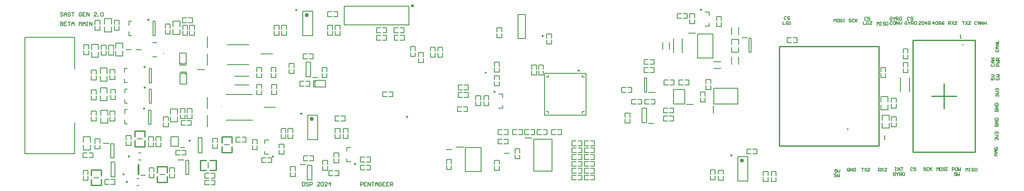
<source format=gto>
G04*
G04 #@! TF.GenerationSoftware,Altium Limited,Altium Designer,24.2.2 (26)*
G04*
G04 Layer_Color=65535*
%FSLAX25Y25*%
%MOIN*%
G70*
G04*
G04 #@! TF.SameCoordinates,259A4400-9820-475F-8ACA-24378C9DBAE9*
G04*
G04*
G04 #@! TF.FilePolarity,Positive*
G04*
G01*
G75*
%ADD10C,0.00984*%
%ADD11C,0.00984*%
%ADD12C,0.00787*%
%ADD13C,0.01575*%
%ADD14C,0.00600*%
%ADD15C,0.01000*%
%ADD16C,0.00700*%
%ADD17C,0.01200*%
D10*
X432221Y82996D02*
G03*
X432221Y82996I-492J0D01*
G01*
X364555Y65980D02*
G03*
X364555Y65980I-492J0D01*
G01*
X82965Y52488D02*
G03*
X82965Y52488I-492J0D01*
G01*
X70634Y14000D02*
G03*
X70634Y14000I-492J0D01*
G01*
X554992Y14846D02*
G03*
X554992Y14846I-492J0D01*
G01*
X209240Y48346D02*
G03*
X209240Y48346I-492J0D01*
G01*
X205240Y131846D02*
G03*
X205240Y131846I-492J0D01*
G01*
X252429Y8020D02*
G03*
X252429Y8020I-492J0D01*
G01*
X530555Y131980D02*
G03*
X530555Y131980I-492J0D01*
G01*
X119528Y26740D02*
G03*
X119528Y26740I-492J0D01*
G01*
X83465Y69488D02*
G03*
X83465Y69488I-492J0D01*
G01*
X86465Y123988D02*
G03*
X86465Y123988I-492J0D01*
G01*
X186429Y14020D02*
G03*
X186429Y14020I-492J0D01*
G01*
X66457Y-240D02*
G03*
X66457Y-240I-492J0D01*
G01*
X83465Y85988D02*
G03*
X83465Y85988I-492J0D01*
G01*
X69134Y-6500D02*
G03*
X69134Y-6500I-492J0D01*
G01*
X403329Y111000D02*
G03*
X403329Y111000I-492J0D01*
G01*
D11*
X294212Y45898D02*
G03*
X294212Y45898I-492J0D01*
G01*
D12*
X144835Y53969D02*
G03*
X144835Y53969I-150J0D01*
G01*
X98024Y96591D02*
G03*
X98024Y96984I0J197D01*
G01*
D02*
G03*
X98024Y96591I0J-197D01*
G01*
D02*
G03*
X98024Y96984I0J197D01*
G01*
X26823Y84654D02*
Y109850D01*
X-13335D02*
X26823D01*
X-13335Y16150D02*
Y109850D01*
Y16150D02*
X26823D01*
Y41346D01*
X388531Y28780D02*
X394339D01*
X395717Y2205D02*
Y27795D01*
Y2205D02*
X410284D01*
Y27795D01*
X395717D02*
X410284D01*
X370559Y52752D02*
Y55350D01*
X367350Y52752D02*
X370559D01*
Y61650D02*
Y64248D01*
X367350D02*
X370559D01*
X148193Y43303D02*
X169807D01*
X148193Y63697D02*
X169807D01*
X178972Y53500D02*
X188028D01*
X133299Y52472D02*
Y61528D01*
X89362Y94032D02*
X92512D01*
X89362Y105449D02*
X92512D01*
X125484Y83858D02*
X131095D01*
X133299Y37972D02*
Y47028D01*
X176472Y96500D02*
X185528D01*
X149240Y103992D02*
X166760D01*
X149240Y88008D02*
X166760D01*
X133299Y101472D02*
Y110528D01*
X75933Y100000D02*
X80067D01*
X67933D02*
X72067D01*
X133299Y87472D02*
Y96528D01*
X540354Y56201D02*
Y68799D01*
X559646D01*
Y56201D02*
Y68799D01*
X540354Y56201D02*
X559646D01*
X539843Y48917D02*
Y54823D01*
X507972Y56094D02*
X517028D01*
X507972D02*
Y67905D01*
X517028D01*
Y56094D02*
Y67905D01*
X518405Y55898D02*
X524016D01*
X86016Y51209D02*
X87984D01*
X86016Y39791D02*
X87984D01*
X86016D02*
Y51209D01*
X87984Y39791D02*
Y51209D01*
X78114Y11146D02*
X79886D01*
X78114Y16854D02*
X79886D01*
X559815Y-5843D02*
X567689D01*
X559815Y13842D02*
X567689D01*
Y-5843D02*
Y13842D01*
X559815Y-5843D02*
Y13842D01*
X213681Y6953D02*
X217319D01*
Y-4953D02*
Y6953D01*
X213681Y-4953D02*
X217319D01*
X213681D02*
Y6953D01*
X208118Y7398D02*
X212303D01*
X482681Y41047D02*
X486319D01*
X482681D02*
Y52953D01*
X486319D01*
Y41047D02*
Y52953D01*
X487697Y40602D02*
X491882D01*
X484713Y65791D02*
X486287D01*
X484713D02*
Y77209D01*
X486287D01*
Y65791D02*
Y77209D01*
X487665Y65595D02*
X493177D01*
X55819Y24209D02*
X58181D01*
Y12791D02*
Y24209D01*
X55819Y12791D02*
X58181D01*
X55819D02*
Y24209D01*
X49716Y24406D02*
X54441D01*
X115898Y10968D02*
X118260D01*
Y-449D02*
Y10968D01*
X115898Y-449D02*
X118260D01*
X115898D02*
Y10968D01*
X109795Y11165D02*
X114520D01*
X77606Y-437D02*
X78394D01*
X77606D02*
Y7437D01*
X78394D01*
Y-437D02*
Y7437D01*
X79772Y-1224D02*
X83709D01*
X103850Y22063D02*
X110150D01*
X103850D02*
Y29937D01*
X110150D01*
Y22063D02*
Y29937D01*
X111528Y21079D02*
X114874D01*
X340701Y21146D02*
X353299D01*
Y1854D02*
Y21146D01*
X340701Y1854D02*
X353299D01*
X340701D02*
Y21146D01*
X333417Y21657D02*
X339323D01*
X325433Y19500D02*
X329567D01*
X371933Y16500D02*
X376067D01*
X94933Y-500D02*
X99067D01*
X146933Y23500D02*
X151067D01*
X134000Y4933D02*
Y9067D01*
X214063Y27657D02*
Y47343D01*
X221937Y27657D02*
Y47343D01*
X214063D02*
X221937D01*
X214063Y27657D02*
X221937D01*
X217697Y77602D02*
X221882D01*
X216319Y78047D02*
Y89953D01*
X212681D02*
X216319D01*
X212681Y78047D02*
Y89953D01*
Y78047D02*
X216319D01*
X210063Y111158D02*
Y130842D01*
X217937Y111158D02*
Y130842D01*
X210063D02*
X217937D01*
X210063Y111158D02*
X217937D01*
X697567Y66029D02*
Y77471D01*
X690433Y66029D02*
Y77471D01*
X245441Y9752D02*
X248650D01*
X245441D02*
Y12350D01*
Y21248D02*
X248650D01*
X245441Y18650D02*
Y21248D01*
X66793Y84811D02*
X68849D01*
X66793Y73394D02*
Y76471D01*
Y81734D02*
Y84811D01*
Y73394D02*
X68849D01*
X533350Y130248D02*
X536559D01*
Y127650D02*
Y130248D01*
X533350Y118752D02*
X536559D01*
Y121350D01*
X126122Y16898D02*
Y29102D01*
Y16898D02*
X128878D01*
Y29102D01*
X126122D02*
X128878D01*
X88484Y56791D02*
Y68209D01*
X86516Y56791D02*
Y68209D01*
Y56791D02*
X88484D01*
X86516Y68209D02*
X88484D01*
X91484Y111291D02*
Y122709D01*
X89516Y111291D02*
Y122709D01*
Y111291D02*
X91484D01*
X89516Y122709D02*
X91484D01*
X66941Y68209D02*
X68997D01*
X66941Y56791D02*
Y59868D01*
Y65132D02*
Y68209D01*
Y56791D02*
X68997D01*
X179441Y15752D02*
X182650D01*
X179441D02*
Y18350D01*
Y27248D02*
X182650D01*
X179441Y24650D02*
Y27248D01*
X66941Y51709D02*
X68997D01*
X66941Y40291D02*
Y43368D01*
Y48632D02*
Y51709D01*
Y40291D02*
X68997D01*
X70441Y122709D02*
X72497D01*
X70441Y111291D02*
Y114368D01*
Y119632D02*
Y122709D01*
Y111291D02*
X72497D01*
X499298Y100101D02*
Y105899D01*
X504702Y100101D02*
Y105899D01*
X507933Y97529D02*
Y108971D01*
X515067Y97529D02*
Y108971D01*
X76933Y28228D02*
X81067D01*
X554798Y112101D02*
Y117899D01*
X560202Y112101D02*
Y117899D01*
X58878Y-2602D02*
Y9602D01*
X56122D02*
X58878D01*
X56122Y-2602D02*
Y9602D01*
Y-2602D02*
X58878D01*
X527201Y112646D02*
X539799D01*
Y93354D02*
Y112646D01*
X527201Y93354D02*
X539799D01*
X527201D02*
Y112646D01*
X519917Y113157D02*
X525823D01*
X88484Y73291D02*
Y84709D01*
X86516Y73291D02*
Y84709D01*
Y73291D02*
X88484D01*
X86516Y84709D02*
X88484D01*
X568614Y109209D02*
X570386D01*
Y97791D02*
Y109209D01*
X568614Y97791D02*
X570386D01*
X568614D02*
Y109209D01*
X563102Y109406D02*
X567236D01*
X76614Y-9354D02*
X78386D01*
X76614Y-3646D02*
X78386D01*
X41933Y-3000D02*
X46067D01*
X155464Y78567D02*
X166536D01*
X155464Y71433D02*
X166536D01*
X560202Y88289D02*
Y94086D01*
X554798Y88289D02*
Y94086D01*
X540289Y84798D02*
X546086D01*
X540289Y90202D02*
X546086D01*
X388852Y108854D02*
Y128146D01*
X383112D02*
X388852D01*
X383112Y108854D02*
Y128146D01*
Y108854D02*
X388852D01*
D13*
X563752Y10693D02*
G03*
X563752Y10693I-787J0D01*
G01*
X218000Y44193D02*
G03*
X218000Y44193I-787J0D01*
G01*
X214000Y127693D02*
G03*
X214000Y127693I-787J0D01*
G01*
D14*
X404268Y47268D02*
Y80732D01*
Y47268D02*
X437732D01*
X404268Y80732D02*
X437732D01*
Y47268D02*
Y80732D01*
X434780Y50221D02*
X436453D01*
X434780Y48547D02*
Y50221D01*
X407221Y48547D02*
Y50221D01*
X405547D02*
X407221D01*
X405547Y77780D02*
X407221D01*
Y79453D01*
X434780Y77780D02*
Y79453D01*
Y77780D02*
X436453D01*
X269500Y111400D02*
X272826D01*
X269500Y107648D02*
Y111400D01*
X269548Y107600D02*
X272852D01*
X269500Y107648D02*
X269548Y107600D01*
X274289D02*
X277500D01*
Y111400D01*
X274279D02*
X277500D01*
X364100Y3000D02*
Y6326D01*
Y3000D02*
X367852D01*
X367900Y3048D02*
Y6352D01*
X367852Y3000D02*
X367900Y3048D01*
Y7789D02*
Y11000D01*
X364100D02*
X367900D01*
X364100Y7779D02*
Y11000D01*
X339174Y50100D02*
X342500D01*
Y53852D01*
X339148Y53900D02*
X342452D01*
X342500Y53852D01*
X334500Y53900D02*
X337711D01*
X334500Y50100D02*
Y53900D01*
Y50100D02*
X337721D01*
X339674Y61600D02*
X343000D01*
Y65352D01*
X339648Y65400D02*
X342952D01*
X343000Y65352D01*
X335000Y65400D02*
X338211D01*
X335000Y61600D02*
Y65400D01*
Y61600D02*
X338221D01*
X306900Y94206D02*
Y97531D01*
X303148D02*
X306900D01*
X303100Y94180D02*
Y97483D01*
X303148Y97531D01*
X303100Y89531D02*
Y92742D01*
Y89531D02*
X306900D01*
Y92753D01*
X274500Y65900D02*
X277826D01*
X274500Y62148D02*
Y65900D01*
X274548Y62100D02*
X277852D01*
X274500Y62148D02*
X274548Y62100D01*
X279289D02*
X282500D01*
Y65900D01*
X279279D02*
X282500D01*
X243500Y135000D02*
X295500D01*
X243500Y120000D02*
Y135000D01*
Y120000D02*
X295500D01*
Y135000D01*
X359400Y59674D02*
Y63000D01*
X355648D02*
X359400D01*
X355600Y59648D02*
Y62952D01*
X355648Y63000D01*
X355600Y55000D02*
Y58211D01*
Y55000D02*
X359400D01*
Y58221D01*
X352900Y59674D02*
Y63000D01*
X349148D02*
X352900D01*
X349100Y59648D02*
Y62952D01*
X349148Y63000D01*
X349100Y55000D02*
Y58211D01*
Y55000D02*
X352900D01*
Y58221D01*
X335000Y71400D02*
X338326D01*
X335000Y67648D02*
Y71400D01*
X335048Y67600D02*
X338352D01*
X335000Y67648D02*
X335048Y67600D01*
X339789D02*
X343000D01*
Y71400D01*
X339779D02*
X343000D01*
X367900Y86674D02*
Y90000D01*
X364148D02*
X367900D01*
X364100Y86648D02*
Y89952D01*
X364148Y90000D01*
X364100Y82000D02*
Y85211D01*
Y82000D02*
X367900D01*
Y85221D01*
X364100Y71000D02*
Y74326D01*
Y71000D02*
X367852D01*
X367900Y71048D02*
Y74352D01*
X367852Y71000D02*
X367900Y71048D01*
Y75789D02*
Y79000D01*
X364100D02*
X367900D01*
X364100Y75779D02*
Y79000D01*
X115800Y80600D02*
X116600Y79800D01*
X111300Y79900D02*
X112100Y80700D01*
X111300Y72300D02*
Y80800D01*
X116600Y72300D02*
Y80800D01*
X111400Y72300D02*
X116600D01*
X111300Y81700D02*
X116600D01*
X111300Y80800D02*
X116600D01*
X110900Y88570D02*
X116200D01*
X110900Y87670D02*
X116200D01*
X110900Y97070D02*
X116100D01*
X110900Y88570D02*
Y97070D01*
X116200Y88570D02*
Y97070D01*
X115400Y88670D02*
X116200Y89470D01*
X110900Y89570D02*
X111700Y88770D01*
X215310Y14400D02*
X218531D01*
Y10600D02*
Y14400D01*
X215321Y10600D02*
X218531D01*
X210531Y10648D02*
X210580Y10600D01*
X213883D01*
X210531Y10648D02*
Y14400D01*
X213857D01*
X485000Y56100D02*
X488221D01*
X485000D02*
Y59900D01*
X488211D01*
X492952D02*
X493000Y59852D01*
X489648Y59900D02*
X492952D01*
X493000Y56100D02*
Y59852D01*
X489674Y56100D02*
X493000D01*
X219900Y74300D02*
X220700Y75100D01*
X219800Y70600D02*
X220600Y69800D01*
X219700D02*
X228200D01*
X219700Y75100D02*
X228200D01*
Y69900D02*
Y75100D01*
X218800Y69800D02*
Y75100D01*
X219700Y69800D02*
Y75100D01*
X40300Y93750D02*
Y97850D01*
Y93750D02*
X40350Y93700D01*
X45650D01*
X45700Y93750D02*
Y97850D01*
X45650Y93700D02*
X45700Y93750D01*
X40300Y100150D02*
Y104250D01*
X40350Y104300D01*
X45700D01*
Y100150D02*
Y104300D01*
X479279Y59900D02*
X482500D01*
Y56100D02*
Y59900D01*
X479289Y56100D02*
X482500D01*
X474500Y56148D02*
X474548Y56100D01*
X477852D01*
X474500Y56148D02*
Y59900D01*
X477826D01*
X500000Y42600D02*
X503221D01*
X500000D02*
Y46400D01*
X503211D01*
X507952D02*
X508000Y46352D01*
X504648Y46400D02*
X507952D01*
X508000Y42600D02*
Y46352D01*
X504674Y42600D02*
X508000D01*
X472900Y41000D02*
Y44221D01*
X469100Y41000D02*
X472900D01*
X469100D02*
Y44211D01*
Y48952D02*
X469148Y49000D01*
X469100Y45648D02*
Y48952D01*
X469148Y49000D02*
X472900D01*
Y45674D02*
Y49000D01*
X300400Y94468D02*
Y97690D01*
X296600Y94468D02*
X300400D01*
X296600D02*
Y97679D01*
Y102420D02*
X296648Y102469D01*
X296600Y99117D02*
Y102420D01*
X296648Y102469D02*
X300400D01*
Y99143D02*
Y102469D01*
X318600Y98779D02*
Y102000D01*
X322400D01*
Y98789D02*
Y102000D01*
X322352Y94000D02*
X322400Y94048D01*
Y97352D01*
X318600Y94000D02*
X322352D01*
X318600D02*
Y97326D01*
X312600Y98779D02*
Y102000D01*
X316400D01*
Y98789D02*
Y102000D01*
X316352Y94000D02*
X316400Y94048D01*
Y97352D01*
X312600Y94000D02*
X316352D01*
X312600D02*
Y97326D01*
X431279Y-1100D02*
X434500D01*
Y-4900D02*
Y-1100D01*
X431289Y-4900D02*
X434500D01*
X426500Y-4852D02*
X426548Y-4900D01*
X429852D01*
X426500Y-4852D02*
Y-1100D01*
X429826D01*
X210500Y92600D02*
X213721D01*
X210500D02*
Y96400D01*
X213711D01*
X218452D02*
X218500Y96352D01*
X215148Y96400D02*
X218452D01*
X218500Y92600D02*
Y96352D01*
X215174Y92600D02*
X218500D01*
X202900Y81000D02*
Y84221D01*
X199100Y81000D02*
X202900D01*
X199100D02*
Y84211D01*
Y88952D02*
X199148Y89000D01*
X199100Y85648D02*
Y88952D01*
X199148Y89000D02*
X202900D01*
Y85674D02*
Y89000D01*
X212310Y74400D02*
X215531D01*
Y70600D02*
Y74400D01*
X212321Y70600D02*
X215531D01*
X207531Y70648D02*
X207580Y70600D01*
X210883D01*
X207531Y70648D02*
Y74400D01*
X210857D01*
X229900Y3000D02*
Y6221D01*
X226100Y3000D02*
X229900D01*
X226100D02*
Y6211D01*
Y10952D02*
X226148Y11000D01*
X226100Y7648D02*
Y10952D01*
X226148Y11000D02*
X229900D01*
Y7674D02*
Y11000D01*
X235810Y2400D02*
X239032D01*
Y-1400D02*
Y2400D01*
X235821Y-1400D02*
X239032D01*
X231031Y-1352D02*
X231080Y-1400D01*
X234383D01*
X231031Y-1352D02*
Y2400D01*
X234357D01*
X580100Y-6000D02*
Y-2674D01*
Y-6000D02*
X583852D01*
X583900Y-5952D02*
Y-2648D01*
X583852Y-6000D02*
X583900Y-5952D01*
Y-1211D02*
Y2000D01*
X580100D02*
X583900D01*
X580100Y-1221D02*
Y2000D01*
X105800Y112250D02*
Y116350D01*
Y112250D02*
X105850Y112200D01*
X111150D01*
X111200Y112250D02*
Y116350D01*
X111150Y112200D02*
X111200Y112250D01*
X105800Y118650D02*
Y122750D01*
X105850Y122800D01*
X111200D01*
Y118650D02*
Y122800D01*
X95900Y22000D02*
Y25221D01*
X92100Y22000D02*
X95900D01*
X92100D02*
Y25211D01*
Y29952D02*
X92148Y30000D01*
X92100Y26648D02*
Y29952D01*
X92148Y30000D02*
X95900D01*
Y26674D02*
Y30000D01*
X112779Y18900D02*
X116000D01*
Y15100D02*
Y18900D01*
X112789Y15100D02*
X116000D01*
X108000Y15148D02*
X108048Y15100D01*
X111352D01*
X108000Y15148D02*
Y18900D01*
X111326D01*
X71900Y23000D02*
Y26221D01*
X68100Y23000D02*
X71900D01*
X68100D02*
Y26211D01*
Y30952D02*
X68148Y31000D01*
X68100Y27648D02*
Y30952D01*
X68148Y31000D02*
X71900D01*
Y27674D02*
Y31000D01*
X431279Y4400D02*
X434500D01*
Y600D02*
Y4400D01*
X431289Y600D02*
X434500D01*
X426500Y648D02*
X426548Y600D01*
X429852D01*
X426500Y648D02*
Y4400D01*
X429826D01*
X117100Y44469D02*
Y47794D01*
Y44469D02*
X120852D01*
X120900Y44517D02*
Y47820D01*
X120852Y44469D02*
X120900Y44517D01*
Y49258D02*
Y52469D01*
X117100D02*
X120900D01*
X117100Y49247D02*
Y52469D01*
X98100Y37969D02*
Y41294D01*
Y37969D02*
X101852D01*
X101900Y38017D02*
Y41320D01*
X101852Y37969D02*
X101900Y38017D01*
Y42758D02*
Y45968D01*
X98100D02*
X101900D01*
X98100Y42747D02*
Y45968D01*
X51900Y95500D02*
Y98721D01*
X48100Y95500D02*
X51900D01*
X48100D02*
Y98711D01*
Y103452D02*
X48148Y103500D01*
X48100Y100148D02*
Y103452D01*
X48148Y103500D02*
X51900D01*
Y100174D02*
Y103500D01*
X571779Y19900D02*
X575000D01*
Y16100D02*
Y19900D01*
X571789Y16100D02*
X575000D01*
X567000Y16148D02*
X567048Y16100D01*
X570352D01*
X567000Y16148D02*
Y19900D01*
X570326D01*
X384400Y12032D02*
Y15253D01*
X380600Y12032D02*
X384400D01*
X380600D02*
Y15242D01*
Y19983D02*
X380648Y20031D01*
X380600Y16680D02*
Y19983D01*
X380648Y20031D02*
X384400D01*
Y16706D02*
Y20031D01*
X517279Y75400D02*
X520500D01*
Y71600D02*
Y75400D01*
X517289Y71600D02*
X520500D01*
X512500Y71648D02*
X512548Y71600D01*
X515852D01*
X512500Y71648D02*
Y75400D01*
X515826D01*
X500032Y49100D02*
X503253D01*
X500032D02*
Y52900D01*
X503242D01*
X507983D02*
X508032Y52852D01*
X504680Y52900D02*
X507983D01*
X508032Y49100D02*
Y52852D01*
X504706Y49100D02*
X508032D01*
X86600Y1779D02*
Y5000D01*
X90400D01*
Y1789D02*
Y5000D01*
X90352Y-3000D02*
X90400Y-2952D01*
Y352D01*
X86600Y-3000D02*
X90352D01*
X86600D02*
Y326D01*
X137600Y25279D02*
Y28500D01*
X141400D01*
Y25289D02*
Y28500D01*
X141352Y20500D02*
X141400Y20548D01*
Y23852D01*
X137600Y20500D02*
X141352D01*
X137600D02*
Y23826D01*
X122900Y116206D02*
Y119532D01*
X119148D02*
X122900D01*
X119100Y116180D02*
Y119483D01*
X119148Y119532D01*
X119100Y111531D02*
Y114742D01*
Y111531D02*
X122900D01*
Y114753D01*
X117143Y39100D02*
X120468D01*
Y42852D01*
X117117Y42900D02*
X120420D01*
X120468Y42852D01*
X112469Y42900D02*
X115679D01*
X112469Y39100D02*
Y42900D01*
Y39100D02*
X115690D01*
X33800Y19250D02*
Y23350D01*
Y19250D02*
X33850Y19200D01*
X39150D01*
X39200Y19250D02*
Y23350D01*
X39150Y19200D02*
X39200Y19250D01*
X33800Y25650D02*
Y29750D01*
X33850Y29800D01*
X39200D01*
Y25650D02*
Y29800D01*
X106900Y1674D02*
Y5000D01*
X103148D02*
X106900D01*
X103100Y1648D02*
Y4952D01*
X103148Y5000D01*
X103100Y-3000D02*
Y211D01*
Y-3000D02*
X106900D01*
Y221D01*
X136174Y-3400D02*
X139500D01*
Y352D01*
X136148Y400D02*
X139452D01*
X139500Y352D01*
X131500Y400D02*
X134711D01*
X131500Y-3400D02*
Y400D01*
Y-3400D02*
X134721D01*
X426500Y26400D02*
X429826D01*
X426500Y22648D02*
Y26400D01*
X426548Y22600D02*
X429852D01*
X426500Y22648D02*
X426548Y22600D01*
X431289D02*
X434500D01*
Y26400D01*
X431279D02*
X434500D01*
X426500Y20900D02*
X429826D01*
X426500Y17148D02*
Y20900D01*
X426548Y17100D02*
X429852D01*
X426500Y17148D02*
X426548Y17100D01*
X431289D02*
X434500D01*
Y20900D01*
X431279D02*
X434500D01*
X436500Y9900D02*
X439826D01*
X436500Y6148D02*
Y9900D01*
X436548Y6100D02*
X439852D01*
X436500Y6148D02*
X436548Y6100D01*
X441289D02*
X444500D01*
Y9900D01*
X441279D02*
X444500D01*
X426500D02*
X429826D01*
X426500Y6148D02*
Y9900D01*
X426548Y6100D02*
X429852D01*
X426500Y6148D02*
X426548Y6100D01*
X431289D02*
X434500D01*
Y9900D01*
X431279D02*
X434500D01*
X426500Y15400D02*
X429826D01*
X426500Y11648D02*
Y15400D01*
X426548Y11600D02*
X429852D01*
X426500Y11648D02*
X426548Y11600D01*
X431289D02*
X434500D01*
Y15400D01*
X431279D02*
X434500D01*
X436500Y20900D02*
X439826D01*
X436500Y17148D02*
Y20900D01*
X436548Y17100D02*
X439852D01*
X436500Y17148D02*
X436548Y17100D01*
X441289D02*
X444500D01*
Y20900D01*
X441279D02*
X444500D01*
X436500Y15400D02*
X439826D01*
X436500Y11648D02*
Y15400D01*
X436548Y11600D02*
X439852D01*
X436500Y11648D02*
X436548Y11600D01*
X441289D02*
X444500D01*
Y15400D01*
X441279D02*
X444500D01*
X436500Y26400D02*
X439826D01*
X436500Y22648D02*
Y26400D01*
X436548Y22600D02*
X439852D01*
X436500Y22648D02*
X436548Y22600D01*
X441289D02*
X444500D01*
Y26400D01*
X441279D02*
X444500D01*
X198100Y28500D02*
Y31826D01*
Y28500D02*
X201852D01*
X201900Y28548D02*
Y31852D01*
X201852Y28500D02*
X201900Y28548D01*
Y33289D02*
Y36500D01*
X198100D02*
X201900D01*
X198100Y33279D02*
Y36500D01*
X196400Y33174D02*
Y36500D01*
X192648D02*
X196400D01*
X192600Y33148D02*
Y36452D01*
X192648Y36500D01*
X192600Y28500D02*
Y31711D01*
Y28500D02*
X196400D01*
Y31721D01*
X190900Y116174D02*
Y119500D01*
X187148D02*
X190900D01*
X187100Y116148D02*
Y119452D01*
X187148Y119500D01*
X187100Y111500D02*
Y114711D01*
Y111500D02*
X190900D01*
Y114721D01*
X193100Y111500D02*
Y114826D01*
Y111500D02*
X196852D01*
X196900Y111548D02*
Y114852D01*
X196852Y111500D02*
X196900Y111548D01*
Y116289D02*
Y119500D01*
X193100D02*
X196900D01*
X193100Y116279D02*
Y119500D01*
X240706Y42600D02*
X244032D01*
Y46352D01*
X240680Y46400D02*
X243983D01*
X244032Y46352D01*
X236032Y46400D02*
X239242D01*
X236032Y42600D02*
Y46400D01*
Y42600D02*
X239253D01*
X156500Y29400D02*
X159826D01*
X156500Y25648D02*
Y29400D01*
X156548Y25600D02*
X159852D01*
X156500Y25648D02*
X156548Y25600D01*
X161289D02*
X164500D01*
Y29400D01*
X161279D02*
X164500D01*
X33500Y16900D02*
X36826D01*
X33500Y13148D02*
Y16900D01*
X33548Y13100D02*
X36852D01*
X33500Y13148D02*
X33548Y13100D01*
X38289D02*
X41500D01*
Y16900D01*
X38279D02*
X41500D01*
X234674Y126600D02*
X238000D01*
Y130352D01*
X234648Y130400D02*
X237952D01*
X238000Y130352D01*
X230000Y130400D02*
X233211D01*
X230000Y126600D02*
Y130400D01*
Y126600D02*
X233221D01*
X367000Y27900D02*
X370326D01*
X367000Y24148D02*
Y27900D01*
X367048Y24100D02*
X370352D01*
X367000Y24148D02*
X367048Y24100D01*
X371789D02*
X375000D01*
Y27900D01*
X371779D02*
X375000D01*
X367000Y35400D02*
X370326D01*
X367000Y31648D02*
Y35400D01*
X367048Y31600D02*
X370352D01*
X367000Y31648D02*
X367048Y31600D01*
X371789D02*
X375000D01*
Y35400D01*
X371779D02*
X375000D01*
X398500D02*
X401826D01*
X398500Y31648D02*
Y35400D01*
X398548Y31600D02*
X401852D01*
X398500Y31648D02*
X398548Y31600D01*
X403289D02*
X406500D01*
Y35400D01*
X403279D02*
X406500D01*
X388500D02*
X391826D01*
X388500Y31648D02*
Y35400D01*
X388548Y31600D02*
X391852D01*
X388500Y31648D02*
X388548Y31600D01*
X393289D02*
X396500D01*
Y35400D01*
X393279D02*
X396500D01*
X378532Y35400D02*
X381857D01*
X378532Y31648D02*
Y35400D01*
X378580Y31600D02*
X381883D01*
X378532Y31648D02*
X378580Y31600D01*
X383321D02*
X386531D01*
Y35400D01*
X383310D02*
X386531D01*
X233900Y116174D02*
Y119500D01*
X230148D02*
X233900D01*
X230100Y116148D02*
Y119452D01*
X230148Y119500D01*
X230100Y111500D02*
Y114711D01*
Y111500D02*
X233900D01*
Y114721D01*
X236100Y111531D02*
Y114857D01*
Y111531D02*
X239852D01*
X239900Y111580D02*
Y114883D01*
X239852Y111531D02*
X239900Y111580D01*
Y116321D02*
Y119532D01*
X236100D02*
X239900D01*
X236100Y116310D02*
Y119532D01*
X242600Y33279D02*
Y36500D01*
X246400D01*
Y33289D02*
Y36500D01*
X246352Y28500D02*
X246400Y28548D01*
Y31852D01*
X242600Y28500D02*
X246352D01*
X242600D02*
Y31826D01*
X239900Y28500D02*
Y31721D01*
X236100Y28500D02*
X239900D01*
X236100D02*
Y31711D01*
Y36452D02*
X236148Y36500D01*
X236100Y33148D02*
Y36452D01*
X236148Y36500D02*
X239900D01*
Y33174D02*
Y36500D01*
X283531Y107600D02*
X286753D01*
X283531D02*
Y111400D01*
X286742D01*
X291483D02*
X291531Y111352D01*
X288180Y111400D02*
X291483D01*
X291531Y107600D02*
Y111352D01*
X288206Y107600D02*
X291531D01*
X274247Y117400D02*
X277468D01*
Y113600D02*
Y117400D01*
X274258Y113600D02*
X277468D01*
X269468Y113648D02*
X269517Y113600D01*
X272820D01*
X269468Y113648D02*
Y117400D01*
X272794D01*
X369900Y109500D02*
Y112721D01*
X366100Y109500D02*
X369900D01*
X366100D02*
Y112711D01*
Y117452D02*
X366148Y117500D01*
X366100Y114148D02*
Y117452D01*
X366148Y117500D02*
X369900D01*
Y114174D02*
Y117500D01*
X397900Y79500D02*
Y82721D01*
X394100Y79500D02*
X397900D01*
X394100D02*
Y82711D01*
Y87452D02*
X394148Y87500D01*
X394100Y84148D02*
Y87452D01*
X394148Y87500D02*
X397900D01*
Y84174D02*
Y87500D01*
X403400Y79500D02*
Y82721D01*
X399600Y79500D02*
X403400D01*
X399600D02*
Y82711D01*
Y87452D02*
X399648Y87500D01*
X399600Y84148D02*
Y87452D01*
X399648Y87500D02*
X403400D01*
Y84174D02*
Y87500D01*
X414779Y35400D02*
X418000D01*
Y31600D02*
Y35400D01*
X414789Y31600D02*
X418000D01*
X410000Y31648D02*
X410048Y31600D01*
X413352D01*
X410000Y31648D02*
Y35400D01*
X413326D01*
X325600Y8247D02*
Y11468D01*
X329400D01*
Y8258D02*
Y11468D01*
X329352Y3469D02*
X329400Y3517D01*
Y6820D01*
X325600Y3469D02*
X329352D01*
X325600D02*
Y6794D01*
X696400Y81500D02*
Y84721D01*
X692600Y81500D02*
X696400D01*
X692600D02*
Y84711D01*
Y89452D02*
X692648Y89500D01*
X692600Y86148D02*
Y89452D01*
X692648Y89500D02*
X696400D01*
Y86174D02*
Y89500D01*
X466500Y65600D02*
X469721D01*
X466500D02*
Y69400D01*
X469711D01*
X474452D02*
X474500Y69352D01*
X471148Y69400D02*
X474452D01*
X474500Y65600D02*
Y69352D01*
X471174Y65600D02*
X474500D01*
X534100Y72779D02*
Y76000D01*
X537900D01*
Y72789D02*
Y76000D01*
X537852Y68000D02*
X537900Y68048D01*
Y71352D01*
X534100Y68000D02*
X537852D01*
X534100D02*
Y71326D01*
X113469Y121600D02*
X116690D01*
X113469D02*
Y125400D01*
X116679D01*
X121420D02*
X121468Y125352D01*
X118117Y125400D02*
X121420D01*
X121468Y121600D02*
Y125352D01*
X118143Y121600D02*
X121468D01*
X99600Y117279D02*
Y120500D01*
X103400D01*
Y117289D02*
Y120500D01*
X103352Y112500D02*
X103400Y112548D01*
Y115852D01*
X99600Y112500D02*
X103352D01*
X99600D02*
Y115826D01*
X55100Y47279D02*
Y50500D01*
X58900D01*
Y47289D02*
Y50500D01*
X58852Y42500D02*
X58900Y42548D01*
Y45852D01*
X55100Y42500D02*
X58852D01*
X55100D02*
Y45826D01*
X686900Y52969D02*
Y56190D01*
X683100Y52969D02*
X686900D01*
X683100D02*
Y56179D01*
Y60920D02*
X683148Y60969D01*
X683100Y57617D02*
Y60920D01*
X683148Y60969D02*
X686900D01*
Y57643D02*
Y60969D01*
X683100Y42747D02*
Y45968D01*
X686900D01*
Y42758D02*
Y45968D01*
X686852Y37969D02*
X686900Y38017D01*
Y41320D01*
X683100Y37969D02*
X686852D01*
X683100D02*
Y41294D01*
X55600Y64779D02*
Y68000D01*
X59400D01*
Y64789D02*
Y68000D01*
X59352Y60000D02*
X59400Y60048D01*
Y63352D01*
X55600Y60000D02*
X59352D01*
X55600D02*
Y63326D01*
X50968Y-8400D02*
X54190D01*
X50968D02*
Y-4600D01*
X54179D01*
X58920D02*
X58969Y-4648D01*
X55617Y-4600D02*
X58920D01*
X58969Y-8400D02*
Y-4648D01*
X55643Y-8400D02*
X58969D01*
X55100Y80779D02*
Y84000D01*
X58900D01*
Y80789D02*
Y84000D01*
X58852Y76000D02*
X58900Y76048D01*
Y79352D01*
X55100Y76000D02*
X58852D01*
X55100D02*
Y79326D01*
X288279Y117400D02*
X291500D01*
Y113600D02*
Y117400D01*
X288289Y113600D02*
X291500D01*
X283500Y113648D02*
X283548Y113600D01*
X286852D01*
X283500Y113648D02*
Y117400D01*
X286826D01*
X409900Y104500D02*
Y107721D01*
X406100Y104500D02*
X409900D01*
X406100D02*
Y107711D01*
Y112452D02*
X406148Y112500D01*
X406100Y109148D02*
Y112452D01*
X406148Y112500D02*
X409900D01*
Y109174D02*
Y112500D01*
X590400Y-6000D02*
Y-2779D01*
X586600Y-6000D02*
X590400D01*
X586600D02*
Y-2789D01*
Y1952D02*
X586648Y2000D01*
X586600Y-1352D02*
Y1952D01*
X586648Y2000D02*
X590400D01*
Y-1326D02*
Y2000D01*
X441279Y-1100D02*
X444500D01*
Y-4900D02*
Y-1100D01*
X441289Y-4900D02*
X444500D01*
X436500Y-4852D02*
X436548Y-4900D01*
X439852D01*
X436500Y-4852D02*
Y-1100D01*
X439826D01*
X261279Y6900D02*
X264500D01*
Y3100D02*
Y6900D01*
X261289Y3100D02*
X264500D01*
X256500Y3148D02*
X256548Y3100D01*
X259852D01*
X256500Y3148D02*
Y6900D01*
X259826D01*
X261279Y13400D02*
X264500D01*
Y9600D02*
Y13400D01*
X261289Y9600D02*
X264500D01*
X256500Y9648D02*
X256548Y9600D01*
X259852D01*
X256500Y9648D02*
Y13400D01*
X259826D01*
X238900Y9000D02*
Y12221D01*
X235100Y9000D02*
X238900D01*
X235100D02*
Y12211D01*
Y16952D02*
X235148Y17000D01*
X235100Y13648D02*
Y16952D01*
X235148Y17000D02*
X238900D01*
Y13674D02*
Y17000D01*
X203900Y-2000D02*
Y1221D01*
X200100Y-2000D02*
X203900D01*
X200100D02*
Y1211D01*
Y5952D02*
X200148Y6000D01*
X200100Y2648D02*
Y5952D01*
X200148Y6000D02*
X203900D01*
Y2674D02*
Y6000D01*
X225600Y82310D02*
Y85532D01*
X229400D01*
Y82321D02*
Y85532D01*
X229352Y77531D02*
X229400Y77580D01*
Y80883D01*
X225600Y77531D02*
X229352D01*
X225600D02*
Y80857D01*
X484500Y88100D02*
X487721D01*
X484500D02*
Y91900D01*
X487711D01*
X492452D02*
X492500Y91852D01*
X489148Y91900D02*
X492452D01*
X492500Y88100D02*
Y91852D01*
X489174Y88100D02*
X492500D01*
X489279Y85400D02*
X492500D01*
Y81600D02*
Y85400D01*
X489289Y81600D02*
X492500D01*
X484500Y81648D02*
X484548Y81600D01*
X487852D01*
X484500Y81648D02*
Y85400D01*
X487826D01*
X544100Y-221D02*
Y3000D01*
X547900D01*
Y-211D02*
Y3000D01*
X547852Y-5000D02*
X547900Y-4952D01*
Y-1648D01*
X544100Y-5000D02*
X547852D01*
X544100D02*
Y-1674D01*
X541400Y-4969D02*
Y-1747D01*
X537600Y-4969D02*
X541400D01*
X537600D02*
Y-1758D01*
Y2983D02*
X537648Y3032D01*
X537600Y-320D02*
Y2983D01*
X537648Y3032D02*
X541400D01*
Y-294D02*
Y3032D01*
X441279Y4400D02*
X444500D01*
Y600D02*
Y4400D01*
X441289Y600D02*
X444500D01*
X436500Y648D02*
X436548Y600D01*
X439852D01*
X436500Y648D02*
Y4400D01*
X439826D01*
X533400Y58000D02*
Y61221D01*
X529600Y58000D02*
X533400D01*
X529600D02*
Y61211D01*
Y65952D02*
X529648Y66000D01*
X529600Y62648D02*
Y65952D01*
X529648Y66000D02*
X533400D01*
Y62674D02*
Y66000D01*
X136279Y-5100D02*
X139500D01*
Y-8900D02*
Y-5100D01*
X136289Y-8900D02*
X139500D01*
X131500Y-8852D02*
X131548Y-8900D01*
X134852D01*
X131500Y-8852D02*
Y-5100D01*
X134826D01*
X113600Y116279D02*
Y119500D01*
X117400D01*
Y116289D02*
Y119500D01*
X117352Y111500D02*
X117400Y111548D01*
Y114852D01*
X113600Y111500D02*
X117352D01*
X113600D02*
Y114826D01*
X692600Y97279D02*
Y100500D01*
X696400D01*
Y97289D02*
Y100500D01*
X696352Y92500D02*
X696400Y92548D01*
Y95852D01*
X692600Y92500D02*
X696352D01*
X692600D02*
Y95826D01*
X678400Y77531D02*
Y80753D01*
X674600Y77531D02*
X678400D01*
X674600D02*
Y80742D01*
Y85483D02*
X674648Y85532D01*
X674600Y82180D02*
Y85483D01*
X674648Y85532D02*
X678400D01*
Y82206D02*
Y85532D01*
X599500Y105600D02*
X602721D01*
X599500D02*
Y109400D01*
X602711D01*
X607452D02*
X607500Y109352D01*
X604148Y109400D02*
X607452D01*
X607500Y105600D02*
Y109352D01*
X604174Y105600D02*
X607500D01*
X115400Y44469D02*
Y47690D01*
X111600Y44469D02*
X115400D01*
X111600D02*
Y47679D01*
Y52420D02*
X111648Y52469D01*
X111600Y49117D02*
Y52420D01*
X111648Y52469D02*
X115400D01*
Y49143D02*
Y52469D01*
X176900Y77500D02*
Y80721D01*
X173100Y77500D02*
X176900D01*
X173100D02*
Y80711D01*
Y85452D02*
X173148Y85500D01*
X173100Y82148D02*
Y85452D01*
X173148Y85500D02*
X176900D01*
Y82174D02*
Y85500D01*
X173100Y68779D02*
Y72000D01*
X176900D01*
Y68789D02*
Y72000D01*
X176852Y64000D02*
X176900Y64048D01*
Y67352D01*
X173100Y64000D02*
X176852D01*
X173100D02*
Y67326D01*
X177032Y9100D02*
X180253D01*
X177032D02*
Y12900D01*
X180242D01*
X184983D02*
X185031Y12852D01*
X181680Y12900D02*
X184983D01*
X185031Y9100D02*
Y12852D01*
X181706Y9100D02*
X185031D01*
X191100Y20779D02*
Y24000D01*
X194900D01*
Y20789D02*
Y24000D01*
X194852Y16000D02*
X194900Y16048D01*
Y19352D01*
X191100Y16000D02*
X194852D01*
X191100D02*
Y19326D01*
X524900Y121000D02*
Y124221D01*
X521100Y121000D02*
X524900D01*
X521100D02*
Y124211D01*
Y128952D02*
X521148Y129000D01*
X521100Y125648D02*
Y128952D01*
X521148Y129000D02*
X524900D01*
Y125674D02*
Y129000D01*
X173400Y19532D02*
Y22753D01*
X169600Y19532D02*
X173400D01*
X169600D02*
Y22742D01*
Y27483D02*
X169648Y27531D01*
X169600Y24180D02*
Y27483D01*
X169648Y27531D02*
X173400D01*
Y24206D02*
Y27531D01*
X511000Y125100D02*
X514221D01*
X511000D02*
Y128900D01*
X514211D01*
X518952D02*
X519000Y128852D01*
X515648Y128900D02*
X518952D01*
X519000Y125100D02*
Y128852D01*
X515674Y125100D02*
X519000D01*
X37400Y-5000D02*
Y-1779D01*
X33600Y-5000D02*
X37400D01*
X33600D02*
Y-1789D01*
Y2952D02*
X33648Y3000D01*
X33600Y-352D02*
Y2952D01*
X33648Y3000D02*
X37400D01*
Y-326D02*
Y3000D01*
X542600Y123279D02*
Y126500D01*
X546400D01*
Y123289D02*
Y126500D01*
X546352Y118500D02*
X546400Y118548D01*
Y121852D01*
X542600Y118500D02*
X546352D01*
X542600D02*
Y121826D01*
X46900Y20031D02*
Y23253D01*
X43100Y20031D02*
X46900D01*
X43100D02*
Y23242D01*
Y27983D02*
X43148Y28032D01*
X43100Y24680D02*
Y27983D01*
X43148Y28032D02*
X46900D01*
Y24706D02*
Y28032D01*
X89900Y22000D02*
Y25221D01*
X86100Y22000D02*
X89900D01*
X86100D02*
Y25211D01*
Y29952D02*
X86148Y30000D01*
X86100Y26648D02*
Y29952D01*
X86148Y30000D02*
X89900D01*
Y26674D02*
Y30000D01*
X50800Y114250D02*
Y118350D01*
Y114250D02*
X50850Y114200D01*
X56150D01*
X56200Y114250D02*
Y118350D01*
X56150Y114200D02*
X56200Y114250D01*
X50800Y120650D02*
Y124750D01*
X50850Y124800D01*
X56200D01*
Y120650D02*
Y124800D01*
X58600Y120279D02*
Y123500D01*
X62400D01*
Y120289D02*
Y123500D01*
X62352Y115500D02*
X62400Y115548D01*
Y118852D01*
X58600Y115500D02*
X62352D01*
X58600D02*
Y118826D01*
X560200Y104150D02*
Y108250D01*
X560150Y108300D02*
X560200Y108250D01*
X554850Y108300D02*
X560150D01*
X554800Y104150D02*
Y108250D01*
X554850Y108300D01*
X560200Y97750D02*
Y101850D01*
X560150Y97700D02*
X560200Y97750D01*
X554800Y97700D02*
X560150D01*
X554800D02*
Y101850D01*
X109200Y48150D02*
Y52250D01*
X109150Y52300D02*
X109200Y52250D01*
X103850Y52300D02*
X109150D01*
X103800Y48150D02*
Y52250D01*
X103850Y52300D01*
X109200Y41750D02*
Y45850D01*
X109150Y41700D02*
X109200Y41750D01*
X103800Y41700D02*
X109150D01*
X103800D02*
Y45850D01*
X680200Y57906D02*
Y62006D01*
X680150Y62056D02*
X680200Y62006D01*
X674850Y62056D02*
X680150D01*
X674800Y57906D02*
Y62006D01*
X674850Y62056D01*
X680200Y51506D02*
Y55606D01*
X680150Y51456D02*
X680200Y51506D01*
X674800Y51456D02*
X680150D01*
X674800D02*
Y55606D01*
X675800Y36750D02*
Y40850D01*
Y36750D02*
X675850Y36700D01*
X681150D01*
X681200Y36750D02*
Y40850D01*
X681150Y36700D02*
X681200Y36750D01*
X675800Y43150D02*
Y47250D01*
X675850Y47300D01*
X681200D01*
Y43150D02*
Y47300D01*
X188900Y64000D02*
Y67221D01*
X185100Y64000D02*
X188900D01*
X185100D02*
Y67211D01*
Y71952D02*
X185148Y72000D01*
X185100Y68648D02*
Y71952D01*
X185148Y72000D02*
X188900D01*
Y68674D02*
Y72000D01*
X184600Y82279D02*
Y85500D01*
X188400D01*
Y82289D02*
Y85500D01*
X188352Y77500D02*
X188400Y77548D01*
Y80852D01*
X184600Y77500D02*
X188352D01*
X184600D02*
Y80826D01*
X59800Y94750D02*
Y98850D01*
Y94750D02*
X59850Y94700D01*
X65150D01*
X65200Y94750D02*
Y98850D01*
X65150Y94700D02*
X65200Y94750D01*
X59800Y101150D02*
Y105250D01*
X59850Y105300D01*
X65200D01*
Y101150D02*
Y105300D01*
X54100Y100279D02*
Y103500D01*
X57900D01*
Y100289D02*
Y103500D01*
X57852Y95500D02*
X57900Y95548D01*
Y98852D01*
X54100Y95500D02*
X57852D01*
X54100D02*
Y98826D01*
X47800Y40750D02*
Y44850D01*
Y40750D02*
X47850Y40700D01*
X53150D01*
X53200Y40750D02*
Y44850D01*
X53150Y40700D02*
X53200Y40750D01*
X47800Y47150D02*
Y51250D01*
X47850Y51300D01*
X53200D01*
Y47150D02*
Y51300D01*
X505279Y75400D02*
X508500D01*
Y71600D02*
Y75400D01*
X505289Y71600D02*
X508500D01*
X500500Y71648D02*
X500548Y71600D01*
X503852D01*
X500500Y71648D02*
Y75400D01*
X503826D01*
X37900Y96000D02*
Y99221D01*
X34100Y96000D02*
X37900D01*
X34100D02*
Y99211D01*
Y103952D02*
X34148Y104000D01*
X34100Y100648D02*
Y103952D01*
X34148Y104000D02*
X37900D01*
Y100674D02*
Y104000D01*
X43900Y75500D02*
Y78721D01*
X40100Y75500D02*
X43900D01*
X40100D02*
Y78711D01*
Y83452D02*
X40148Y83500D01*
X40100Y80148D02*
Y83452D01*
X40148Y83500D02*
X43900D01*
Y80174D02*
Y83500D01*
X40100Y64279D02*
Y67500D01*
X43900D01*
Y64289D02*
Y67500D01*
X43852Y59500D02*
X43900Y59548D01*
Y62852D01*
X40100Y59500D02*
X43852D01*
X40100D02*
Y62826D01*
Y47279D02*
Y50500D01*
X43900D01*
Y47289D02*
Y50500D01*
X43852Y42500D02*
X43900Y42548D01*
Y45852D01*
X40100Y42500D02*
X43852D01*
X40100D02*
Y45826D01*
X43100Y120279D02*
Y123500D01*
X46900D01*
Y120289D02*
Y123500D01*
X46852Y115500D02*
X46900Y115548D01*
Y118852D01*
X43100Y115500D02*
X46852D01*
X43100D02*
Y118826D01*
X47300Y58750D02*
Y62850D01*
Y58750D02*
X47350Y58700D01*
X52650D01*
X52700Y58750D02*
Y62850D01*
X52650Y58700D02*
X52700Y58750D01*
X47300Y65150D02*
Y69250D01*
X47350Y69300D01*
X52700D01*
Y65150D02*
Y69300D01*
X47300Y74506D02*
Y78606D01*
Y74506D02*
X47350Y74456D01*
X52650D01*
X52700Y74506D02*
Y78606D01*
X52650Y74456D02*
X52700Y74506D01*
X47300Y80906D02*
Y85006D01*
X47350Y85056D01*
X52700D01*
Y80906D02*
Y85056D01*
X638766Y-317D02*
X638350Y99D01*
X637516D01*
X637100Y-317D01*
Y-734D01*
X637516Y-1150D01*
X638350D01*
X638766Y-1567D01*
Y-1984D01*
X638350Y-2400D01*
X637516D01*
X637100Y-1984D01*
X639599Y99D02*
Y-2400D01*
X640432Y-1567D01*
X641265Y-2400D01*
Y99D01*
X639266Y3599D02*
X637600D01*
Y2350D01*
X638433Y2766D01*
X638850D01*
X639266Y2350D01*
Y1517D01*
X638850Y1100D01*
X638017D01*
X637600Y1517D01*
X640099Y3599D02*
Y1933D01*
X640932Y1100D01*
X641765Y1933D01*
Y3599D01*
X649266Y4183D02*
X648850Y4599D01*
X648017D01*
X647600Y4183D01*
Y2517D01*
X648017Y2100D01*
X648850D01*
X649266Y2517D01*
Y3350D01*
X648433D01*
X650099Y2100D02*
Y4599D01*
X651765Y2100D01*
Y4599D01*
X652598D02*
Y2100D01*
X653848D01*
X654264Y2517D01*
Y4183D01*
X653848Y4599D01*
X652598D01*
X659100D02*
X660766D01*
X659933D01*
Y2100D01*
X661599Y4599D02*
X663265Y2100D01*
Y4599D02*
X661599Y2100D01*
X665765D02*
X664098D01*
X665765Y3766D01*
Y4183D01*
X665348Y4599D01*
X664515D01*
X664098Y4183D01*
X672600Y2100D02*
Y4599D01*
X673850D01*
X674266Y4183D01*
Y3350D01*
X673850Y2933D01*
X672600D01*
X673433D02*
X674266Y2100D01*
X675099Y4599D02*
X676765Y2100D01*
Y4599D02*
X675099Y2100D01*
X679264D02*
X677598D01*
X679264Y3766D01*
Y4183D01*
X678848Y4599D01*
X678015D01*
X677598Y4183D01*
X686266Y683D02*
X685850Y1099D01*
X685016D01*
X684600Y683D01*
Y-984D01*
X685016Y-1400D01*
X685850D01*
X686266Y-984D01*
Y-150D01*
X685433D01*
X687099Y1099D02*
Y683D01*
X687932Y-150D01*
X688765Y683D01*
Y1099D01*
X687932Y-150D02*
Y-1400D01*
X689598D02*
Y1099D01*
X690848D01*
X691264Y683D01*
Y-150D01*
X690848Y-567D01*
X689598D01*
X690431D02*
X691264Y-1400D01*
X693347Y1099D02*
X692514D01*
X692098Y683D01*
Y-984D01*
X692514Y-1400D01*
X693347D01*
X693764Y-984D01*
Y683D01*
X693347Y1099D01*
X686100Y5099D02*
X686933D01*
X686517D01*
Y2600D01*
X686100D01*
X686933D01*
X688183D02*
Y5099D01*
X689849Y2600D01*
Y5099D01*
X690682D02*
X692348D01*
X691515D01*
Y2600D01*
X710766Y4683D02*
X710350Y5099D01*
X709516D01*
X709100Y4683D01*
Y4266D01*
X709516Y3850D01*
X710350D01*
X710766Y3433D01*
Y3016D01*
X710350Y2600D01*
X709516D01*
X709100Y3016D01*
X713265Y4683D02*
X712849Y5099D01*
X712016D01*
X711599Y4683D01*
Y3016D01*
X712016Y2600D01*
X712849D01*
X713265Y3016D01*
X714098Y5099D02*
Y2600D01*
Y3433D01*
X715765Y5099D01*
X714515Y3850D01*
X715765Y2600D01*
X719600D02*
Y5099D01*
X720433Y4266D01*
X721266Y5099D01*
Y2600D01*
X723349Y5099D02*
X722516D01*
X722099Y4683D01*
Y3016D01*
X722516Y2600D01*
X723349D01*
X723765Y3016D01*
Y4683D01*
X723349Y5099D01*
X726264Y4683D02*
X725848Y5099D01*
X725015D01*
X724598Y4683D01*
Y4266D01*
X725015Y3850D01*
X725848D01*
X726264Y3433D01*
Y3016D01*
X725848Y2600D01*
X725015D01*
X724598Y3016D01*
X727098Y5099D02*
X727931D01*
X727514D01*
Y2600D01*
X727098D01*
X727931D01*
X735266Y683D02*
X734850Y1099D01*
X734017D01*
X733600Y683D01*
Y266D01*
X734017Y-150D01*
X734850D01*
X735266Y-567D01*
Y-984D01*
X734850Y-1400D01*
X734017D01*
X733600Y-984D01*
X736099Y1099D02*
Y-1400D01*
X736932Y-567D01*
X737765Y-1400D01*
Y1099D01*
X732100Y2600D02*
Y5099D01*
X733350D01*
X733766Y4683D01*
Y3850D01*
X733350Y3433D01*
X732100D01*
X735849Y5099D02*
X735016D01*
X734599Y4683D01*
Y3016D01*
X735016Y2600D01*
X735849D01*
X736265Y3016D01*
Y4683D01*
X735849Y5099D01*
X737098D02*
Y2600D01*
X737931Y3433D01*
X738764Y2600D01*
Y5099D01*
X743100Y2100D02*
Y4599D01*
X743933Y3766D01*
X744766Y4599D01*
Y2100D01*
X745599Y4599D02*
X746432D01*
X746016D01*
Y2100D01*
X745599D01*
X746432D01*
X749348Y4183D02*
X748932Y4599D01*
X748098D01*
X747682Y4183D01*
Y3766D01*
X748098Y3350D01*
X748932D01*
X749348Y2933D01*
Y2517D01*
X748932Y2100D01*
X748098D01*
X747682Y2517D01*
X751431Y4599D02*
X750598D01*
X750181Y4183D01*
Y2517D01*
X750598Y2100D01*
X751431D01*
X751847Y2517D01*
Y4183D01*
X751431Y4599D01*
X768400Y14600D02*
X765901D01*
X766734Y15433D01*
X765901Y16266D01*
X768400D01*
Y17099D02*
X766734D01*
X765901Y17932D01*
X766734Y18765D01*
X768400D01*
X767150D01*
Y17099D01*
X766317Y21264D02*
X765901Y20848D01*
Y20015D01*
X766317Y19598D01*
X767983D01*
X768400Y20015D01*
Y20848D01*
X767983Y21264D01*
X767150D01*
Y20431D01*
X766817Y27100D02*
X766401Y27516D01*
Y28350D01*
X766817Y28766D01*
X767234D01*
X767650Y28350D01*
Y27933D01*
Y28350D01*
X768067Y28766D01*
X768483D01*
X768900Y28350D01*
Y27516D01*
X768483Y27100D01*
X766401Y29599D02*
X768067D01*
X768900Y30432D01*
X768067Y31265D01*
X766401D01*
X766817Y32098D02*
X766401Y32515D01*
Y33348D01*
X766817Y33764D01*
X767234D01*
X767650Y33348D01*
Y32931D01*
Y33348D01*
X768067Y33764D01*
X768483D01*
X768900Y33348D01*
Y32515D01*
X768483Y32098D01*
X766817Y39766D02*
X766401Y39350D01*
Y38517D01*
X766817Y38100D01*
X768483D01*
X768900Y38517D01*
Y39350D01*
X768483Y39766D01*
X767650D01*
Y38933D01*
X768900Y40599D02*
X766401D01*
X768900Y42265D01*
X766401D01*
Y43098D02*
X768900D01*
Y44348D01*
X768483Y44765D01*
X766817D01*
X766401Y44348D01*
Y43098D01*
X766817Y51766D02*
X766401Y51350D01*
Y50516D01*
X766817Y50100D01*
X768483D01*
X768900Y50516D01*
Y51350D01*
X768483Y51766D01*
X767650D01*
Y50933D01*
X768900Y52599D02*
X766401D01*
X768900Y54265D01*
X766401D01*
Y55098D02*
X768900D01*
Y56348D01*
X768483Y56765D01*
X766817D01*
X766401Y56348D01*
Y55098D01*
X767317Y62100D02*
X766901Y62516D01*
Y63350D01*
X767317Y63766D01*
X767734D01*
X768150Y63350D01*
Y62933D01*
Y63350D01*
X768567Y63766D01*
X768984D01*
X769400Y63350D01*
Y62516D01*
X768984Y62100D01*
X766901Y64599D02*
X768567D01*
X769400Y65432D01*
X768567Y66265D01*
X766901D01*
X767317Y67098D02*
X766901Y67515D01*
Y68348D01*
X767317Y68765D01*
X767734D01*
X768150Y68348D01*
Y67931D01*
Y68348D01*
X768567Y68765D01*
X768984D01*
X769400Y68348D01*
Y67515D01*
X768984Y67098D01*
X767817Y77266D02*
X767401Y76850D01*
Y76016D01*
X767817Y75600D01*
X768234D01*
X768650Y76016D01*
Y76850D01*
X769067Y77266D01*
X769484D01*
X769900Y76850D01*
Y76016D01*
X769484Y75600D01*
X767401Y78099D02*
X769900D01*
X769067Y78932D01*
X769900Y79765D01*
X767401D01*
X763401Y77266D02*
Y75600D01*
X764650D01*
X764234Y76433D01*
Y76850D01*
X764650Y77266D01*
X765484D01*
X765900Y76850D01*
Y76016D01*
X765484Y75600D01*
X763401Y78099D02*
X765067D01*
X765900Y78932D01*
X765067Y79765D01*
X763401D01*
X769900Y86600D02*
X767401D01*
Y87850D01*
X767817Y88266D01*
X768650D01*
X769067Y87850D01*
Y86600D01*
X767401Y89099D02*
X769900D01*
X769067Y89932D01*
X769900Y90765D01*
X767401D01*
X769900Y91598D02*
X767401D01*
Y92848D01*
X767817Y93265D01*
X768650D01*
X769067Y92848D01*
Y91598D01*
Y92431D02*
X769900Y93265D01*
X763817Y88266D02*
X763401Y87850D01*
Y87016D01*
X763817Y86600D01*
X765484D01*
X765900Y87016D01*
Y87850D01*
X765484Y88266D01*
X765900Y89099D02*
X764234D01*
X763401Y89932D01*
X764234Y90765D01*
X765900D01*
X764650D01*
Y89099D01*
X765900Y91598D02*
X763401D01*
X765900Y93265D01*
X763401D01*
X767317Y99766D02*
X766901Y99350D01*
Y98516D01*
X767317Y98100D01*
X768984D01*
X769400Y98516D01*
Y99350D01*
X768984Y99766D01*
X769400Y100599D02*
X767734D01*
X766901Y101432D01*
X767734Y102265D01*
X769400D01*
X768150D01*
Y100599D01*
X769400Y103098D02*
X766901D01*
X769400Y104764D01*
X766901D01*
Y105598D02*
X769400D01*
Y107264D01*
X751766Y122183D02*
X751350Y122599D01*
X750517D01*
X750100Y122183D01*
Y120517D01*
X750517Y120100D01*
X751350D01*
X751766Y120517D01*
X752599Y120100D02*
Y121766D01*
X753432Y122599D01*
X754265Y121766D01*
Y120100D01*
Y121350D01*
X752599D01*
X755098Y120100D02*
Y122599D01*
X756765Y120100D01*
Y122599D01*
X757598D02*
Y120100D01*
Y121350D01*
X759264D01*
Y122599D01*
Y120100D01*
X740100Y122599D02*
X741766D01*
X740933D01*
Y120100D01*
X742599Y122599D02*
X744265Y120100D01*
Y122599D02*
X742599Y120100D01*
X746765D02*
X745098D01*
X746765Y121766D01*
Y122183D01*
X746348Y122599D01*
X745515D01*
X745098Y122183D01*
X729100Y120100D02*
Y122599D01*
X730350D01*
X730766Y122183D01*
Y121350D01*
X730350Y120933D01*
X729100D01*
X729933D02*
X730766Y120100D01*
X731599Y122599D02*
X733265Y120100D01*
Y122599D02*
X731599Y120100D01*
X735765D02*
X734098D01*
X735765Y121766D01*
Y122183D01*
X735348Y122599D01*
X734515D01*
X734098Y122183D01*
X706766Y120100D02*
X705100D01*
X706766Y121766D01*
Y122183D01*
X706350Y122599D01*
X705516D01*
X705100Y122183D01*
X707599D02*
X708016Y122599D01*
X708849D01*
X709265Y122183D01*
Y120517D01*
X708849Y120100D01*
X708016D01*
X707599Y120517D01*
Y122183D01*
X711348Y120100D02*
Y122599D01*
X710098Y121350D01*
X711764D01*
X712598Y122183D02*
X713014Y122599D01*
X713847D01*
X714264Y122183D01*
Y121766D01*
X713847Y121350D01*
X714264Y120933D01*
Y120517D01*
X713847Y120100D01*
X713014D01*
X712598Y120517D01*
Y120933D01*
X713014Y121350D01*
X712598Y121766D01*
Y122183D01*
X713014Y121350D02*
X713847D01*
X695766Y122183D02*
X695350Y122599D01*
X694517D01*
X694100Y122183D01*
Y120517D01*
X694517Y120100D01*
X695350D01*
X695766Y120517D01*
Y121350D01*
X694933D01*
X696599Y122599D02*
Y122183D01*
X697432Y121350D01*
X698265Y122183D01*
Y122599D01*
X697432Y121350D02*
Y120100D01*
X699098D02*
Y122599D01*
X700348D01*
X700765Y122183D01*
Y121350D01*
X700348Y120933D01*
X699098D01*
X699931D02*
X700765Y120100D01*
X702847Y122599D02*
X702014D01*
X701598Y122183D01*
Y120517D01*
X702014Y120100D01*
X702847D01*
X703264Y120517D01*
Y122183D01*
X702847Y122599D01*
X683766Y122183D02*
X683350Y122599D01*
X682516D01*
X682100Y122183D01*
Y120517D01*
X682516Y120100D01*
X683350D01*
X683766Y120517D01*
X685849Y122599D02*
X685016D01*
X684599Y122183D01*
Y120517D01*
X685016Y120100D01*
X685849D01*
X686265Y120517D01*
Y122183D01*
X685849Y122599D01*
X687098Y120100D02*
Y122599D01*
X688764Y120100D01*
Y122599D01*
X689598D02*
Y120933D01*
X690431Y120100D01*
X691264Y120933D01*
Y122599D01*
X683766Y125683D02*
X683350Y126099D01*
X682516D01*
X682100Y125683D01*
Y124016D01*
X682516Y123600D01*
X683350D01*
X683766Y124016D01*
Y124850D01*
X682933D01*
X684599Y126099D02*
Y125683D01*
X685432Y124850D01*
X686265Y125683D01*
Y126099D01*
X685432Y124850D02*
Y123600D01*
X687098D02*
Y126099D01*
X688348D01*
X688764Y125683D01*
Y124850D01*
X688348Y124433D01*
X687098D01*
X687931D02*
X688764Y123600D01*
X690847Y126099D02*
X690014D01*
X689598Y125683D01*
Y124016D01*
X690014Y123600D01*
X690847D01*
X691264Y124016D01*
Y125683D01*
X690847Y126099D01*
X671600Y119600D02*
Y122099D01*
X672433Y121266D01*
X673266Y122099D01*
Y119600D01*
X674099Y122099D02*
X674932D01*
X674516D01*
Y119600D01*
X674099D01*
X674932D01*
X677848Y121683D02*
X677431Y122099D01*
X676598D01*
X676182Y121683D01*
Y121266D01*
X676598Y120850D01*
X677431D01*
X677848Y120433D01*
Y120017D01*
X677431Y119600D01*
X676598D01*
X676182Y120017D01*
X679931Y122099D02*
X679098D01*
X678681Y121683D01*
Y120017D01*
X679098Y119600D01*
X679931D01*
X680347Y120017D01*
Y121683D01*
X679931Y122099D01*
X596100Y122599D02*
Y120100D01*
X597766D01*
X600265Y122183D02*
X599849Y122599D01*
X599016D01*
X598599Y122183D01*
Y120517D01*
X599016Y120100D01*
X599849D01*
X600265Y120517D01*
Y121350D01*
X599432D01*
X601098Y120100D02*
X601931D01*
X601515D01*
Y122599D01*
X601098Y122183D01*
X598766Y126183D02*
X598350Y126599D01*
X597516D01*
X597100Y126183D01*
Y124516D01*
X597516Y124100D01*
X598350D01*
X598766Y124516D01*
X601265Y126183D02*
X600849Y126599D01*
X600016D01*
X599599Y126183D01*
Y125766D01*
X600016Y125350D01*
X600849D01*
X601265Y124933D01*
Y124516D01*
X600849Y124100D01*
X600016D01*
X599599Y124516D01*
X700266Y4683D02*
X699850Y5099D01*
X699017D01*
X698600Y4683D01*
Y3016D01*
X699017Y2600D01*
X699850D01*
X700266Y3016D01*
X702765Y4683D02*
X702349Y5099D01*
X701516D01*
X701099Y4683D01*
Y4266D01*
X701516Y3850D01*
X702349D01*
X702765Y3433D01*
Y3016D01*
X702349Y2600D01*
X701516D01*
X701099Y3016D01*
X697766Y125683D02*
X697350Y126099D01*
X696517D01*
X696100Y125683D01*
Y124016D01*
X696517Y123600D01*
X697350D01*
X697766Y124016D01*
X700265Y125683D02*
X699849Y126099D01*
X699016D01*
X698599Y125683D01*
Y125266D01*
X699016Y124850D01*
X699849D01*
X700265Y124433D01*
Y124016D01*
X699849Y123600D01*
X699016D01*
X698599Y124016D01*
X663266Y125683D02*
X662850Y126099D01*
X662016D01*
X661600Y125683D01*
Y124016D01*
X662016Y123600D01*
X662850D01*
X663266Y124016D01*
X665765Y125683D02*
X665349Y126099D01*
X664516D01*
X664099Y125683D01*
Y125266D01*
X664516Y124850D01*
X665349D01*
X665765Y124433D01*
Y124016D01*
X665349Y123600D01*
X664516D01*
X664099Y124016D01*
X660600Y122599D02*
Y120100D01*
X662266D01*
X664765Y122183D02*
X664349Y122599D01*
X663516D01*
X663099Y122183D01*
Y120517D01*
X663516Y120100D01*
X664349D01*
X664765Y120517D01*
Y121350D01*
X663932D01*
X667265Y120100D02*
X665598D01*
X667265Y121766D01*
Y122183D01*
X666848Y122599D01*
X666015D01*
X665598Y122183D01*
X650766Y124183D02*
X650350Y124599D01*
X649516D01*
X649100Y124183D01*
Y123766D01*
X649516Y123350D01*
X650350D01*
X650766Y122933D01*
Y122517D01*
X650350Y122100D01*
X649516D01*
X649100Y122517D01*
X653265Y124183D02*
X652849Y124599D01*
X652016D01*
X651599Y124183D01*
Y122517D01*
X652016Y122100D01*
X652849D01*
X653265Y122517D01*
X654098Y124599D02*
Y122100D01*
Y122933D01*
X655764Y124599D01*
X654515Y123350D01*
X655764Y122100D01*
X637100D02*
Y124599D01*
X637933Y123766D01*
X638766Y124599D01*
Y122100D01*
X640849Y124599D02*
X640016D01*
X639599Y124183D01*
Y122517D01*
X640016Y122100D01*
X640849D01*
X641265Y122517D01*
Y124183D01*
X640849Y124599D01*
X643764Y124183D02*
X643348Y124599D01*
X642515D01*
X642098Y124183D01*
Y123766D01*
X642515Y123350D01*
X643348D01*
X643764Y122933D01*
Y122517D01*
X643348Y122100D01*
X642515D01*
X642098Y122517D01*
X644598Y124599D02*
X645431D01*
X645014D01*
Y122100D01*
X644598D01*
X645431D01*
X717350Y120100D02*
Y122599D01*
X716100Y121350D01*
X717766D01*
X718599Y122183D02*
X719016Y122599D01*
X719849D01*
X720265Y122183D01*
Y120517D01*
X719849Y120100D01*
X719016D01*
X718599Y120517D01*
Y122183D01*
X721098Y120517D02*
X721515Y120100D01*
X722348D01*
X722764Y120517D01*
Y122183D01*
X722348Y122599D01*
X721515D01*
X721098Y122183D01*
Y121766D01*
X721515Y121350D01*
X722764D01*
X725264Y122599D02*
X724431Y122183D01*
X723598Y121350D01*
Y120517D01*
X724014Y120100D01*
X724847D01*
X725264Y120517D01*
Y120933D01*
X724847Y121350D01*
X723598D01*
D15*
X673000Y22500D02*
Y102500D01*
X593000Y22500D02*
X673000D01*
X593000D02*
Y102500D01*
X673000D01*
X93000Y-6800D02*
X101000D01*
X93000Y5800D02*
X101000D01*
X93000Y1000D02*
Y5800D01*
Y-6800D02*
Y-2000D01*
X101000Y1000D02*
Y5800D01*
Y-6800D02*
Y-2000D01*
X145000Y17200D02*
X153000D01*
X145000Y29800D02*
X153000D01*
X145000Y25000D02*
Y29800D01*
Y17200D02*
Y22000D01*
X153000Y25000D02*
Y29800D01*
Y17200D02*
Y22000D01*
X135500Y11000D02*
X140300D01*
X127700D02*
X132500D01*
X135500Y3000D02*
X140300D01*
X127700D02*
X132500D01*
X127700D02*
Y11000D01*
X140300Y3000D02*
Y11000D01*
X725500Y52500D02*
Y72500D01*
X715500Y62500D02*
X735500D01*
X700500Y17500D02*
Y107500D01*
Y17500D02*
X750500D01*
Y107500D01*
X700500D02*
X750500D01*
X75000Y34528D02*
X83000D01*
X75000Y21928D02*
X83000D01*
Y26728D01*
Y29728D02*
Y34528D01*
X75000Y21928D02*
Y26728D01*
Y29728D02*
Y34528D01*
X40000Y-9300D02*
X48000D01*
X40000Y3300D02*
X48000D01*
X40000Y-1500D02*
Y3300D01*
Y-9300D02*
Y-4500D01*
X48000Y-1500D02*
Y3300D01*
Y-9300D02*
Y-4500D01*
D16*
X17199Y129199D02*
X16700Y129699D01*
X15700D01*
X15200Y129199D01*
Y128699D01*
X15700Y128200D01*
X16700D01*
X17199Y127700D01*
Y127200D01*
X16700Y126700D01*
X15700D01*
X15200Y127200D01*
X18199Y126700D02*
Y128699D01*
X19199Y129699D01*
X20198Y128699D01*
Y126700D01*
Y128200D01*
X18199D01*
X23197Y129199D02*
X22698Y129699D01*
X21698D01*
X21198Y129199D01*
Y128699D01*
X21698Y128200D01*
X22698D01*
X23197Y127700D01*
Y127200D01*
X22698Y126700D01*
X21698D01*
X21198Y127200D01*
X24197Y129699D02*
X26196D01*
X25197D01*
Y126700D01*
X32195Y129199D02*
X31695Y129699D01*
X30695D01*
X30195Y129199D01*
Y127200D01*
X30695Y126700D01*
X31695D01*
X32195Y127200D01*
Y128200D01*
X31195D01*
X35193Y129699D02*
X33194D01*
Y126700D01*
X35193D01*
X33194Y128200D02*
X34194D01*
X36193Y126700D02*
Y129699D01*
X38193Y126700D01*
Y129699D01*
X44191Y126700D02*
X42191D01*
X44191Y128699D01*
Y129199D01*
X43691Y129699D01*
X42691D01*
X42191Y129199D01*
X45190Y126700D02*
Y127200D01*
X45690D01*
Y126700D01*
X45190D01*
X47690Y129199D02*
X48189Y129699D01*
X49189D01*
X49689Y129199D01*
Y127200D01*
X49189Y126700D01*
X48189D01*
X47690Y127200D01*
Y129199D01*
X356700Y81200D02*
Y81700D01*
X357200D01*
Y81200D01*
X356700D01*
X738200Y109200D02*
X739200D01*
X738700D01*
Y112199D01*
X738200Y111699D01*
X740200Y103700D02*
Y104200D01*
X740700D01*
Y103700D01*
X740200D01*
X677200Y27700D02*
X678200D01*
X677700D01*
Y30699D01*
X677200Y30199D01*
X647700Y35700D02*
Y36200D01*
X648200D01*
Y35700D01*
X647700D01*
X209700Y-6801D02*
Y-9800D01*
X211199D01*
X211699Y-9300D01*
Y-7301D01*
X211199Y-6801D01*
X209700D01*
X214698Y-7301D02*
X214198Y-6801D01*
X213199D01*
X212699Y-7301D01*
Y-7801D01*
X213199Y-8301D01*
X214198D01*
X214698Y-8800D01*
Y-9300D01*
X214198Y-9800D01*
X213199D01*
X212699Y-9300D01*
X215698Y-9800D02*
Y-6801D01*
X217198D01*
X217697Y-7301D01*
Y-8301D01*
X217198Y-8800D01*
X215698D01*
X223695Y-9800D02*
X221696D01*
X223695Y-7801D01*
Y-7301D01*
X223196Y-6801D01*
X222196D01*
X221696Y-7301D01*
X224695D02*
X225195Y-6801D01*
X226195D01*
X226694Y-7301D01*
Y-9300D01*
X226195Y-9800D01*
X225195D01*
X224695Y-9300D01*
Y-7301D01*
X229694Y-9800D02*
X227694D01*
X229694Y-7801D01*
Y-7301D01*
X229194Y-6801D01*
X228194D01*
X227694Y-7301D01*
X232193Y-9800D02*
Y-6801D01*
X230693Y-8301D01*
X232693D01*
X256200Y-9800D02*
Y-6801D01*
X257699D01*
X258199Y-7301D01*
Y-8301D01*
X257699Y-8800D01*
X256200D01*
X261198Y-6801D02*
X259199D01*
Y-9800D01*
X261198D01*
X259199Y-8301D02*
X260199D01*
X262198Y-9800D02*
Y-6801D01*
X264197Y-9800D01*
Y-6801D01*
X265197D02*
X267196D01*
X266197D01*
Y-9800D01*
X268196D02*
Y-7801D01*
X269196Y-6801D01*
X270196Y-7801D01*
Y-9800D01*
Y-8301D01*
X268196D01*
X273195Y-7301D02*
X272695Y-6801D01*
X271695D01*
X271195Y-7301D01*
Y-9300D01*
X271695Y-9800D01*
X272695D01*
X273195Y-9300D01*
Y-8301D01*
X272195D01*
X276193Y-6801D02*
X274194D01*
Y-9800D01*
X276193D01*
X274194Y-8301D02*
X275194D01*
X279193Y-6801D02*
X277193D01*
Y-9800D01*
X279193D01*
X277193Y-8301D02*
X278193D01*
X280192Y-9800D02*
Y-6801D01*
X281692D01*
X282192Y-7301D01*
Y-8301D01*
X281692Y-8800D01*
X280192D01*
X281192D02*
X282192Y-9800D01*
X15200Y122199D02*
Y119200D01*
X16700D01*
X17199Y119700D01*
Y120200D01*
X16700Y120700D01*
X15200D01*
X16700D01*
X17199Y121199D01*
Y121699D01*
X16700Y122199D01*
X15200D01*
X20198D02*
X18199D01*
Y119200D01*
X20198D01*
X18199Y120700D02*
X19199D01*
X21198Y122199D02*
X23197D01*
X22198D01*
Y119200D01*
X24197D02*
Y121199D01*
X25197Y122199D01*
X26196Y121199D01*
Y119200D01*
Y120700D01*
X24197D01*
X30195Y119200D02*
Y122199D01*
X31195Y121199D01*
X32195Y122199D01*
Y119200D01*
X33194D02*
Y121199D01*
X34194Y122199D01*
X35193Y121199D01*
Y119200D01*
Y120700D01*
X33194D01*
X36193Y122199D02*
X37193D01*
X36693D01*
Y119200D01*
X36193D01*
X37193D01*
X38692D02*
Y122199D01*
X40692Y119200D01*
Y122199D01*
D17*
X297700Y134700D02*
Y135533D01*
X298533D01*
Y134700D01*
X297700D01*
M02*

</source>
